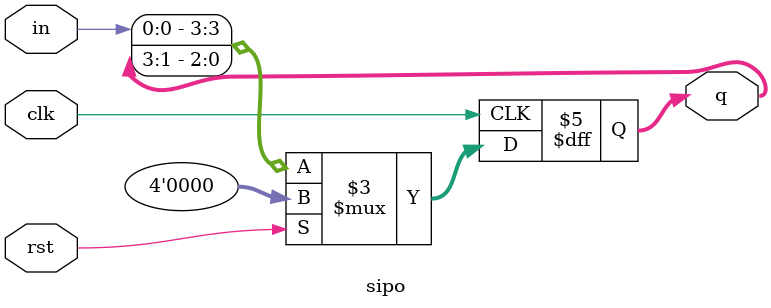
<source format=v>
module sipo(clk,rst,in,q);
  input clk,rst;
  input in;
  output reg [3:0] q;
  always @(posedge clk)
      begin
        if (rst)
          q <= 0;
          else
          q <= {in,q[3:1]};
      end
endmodule

</source>
